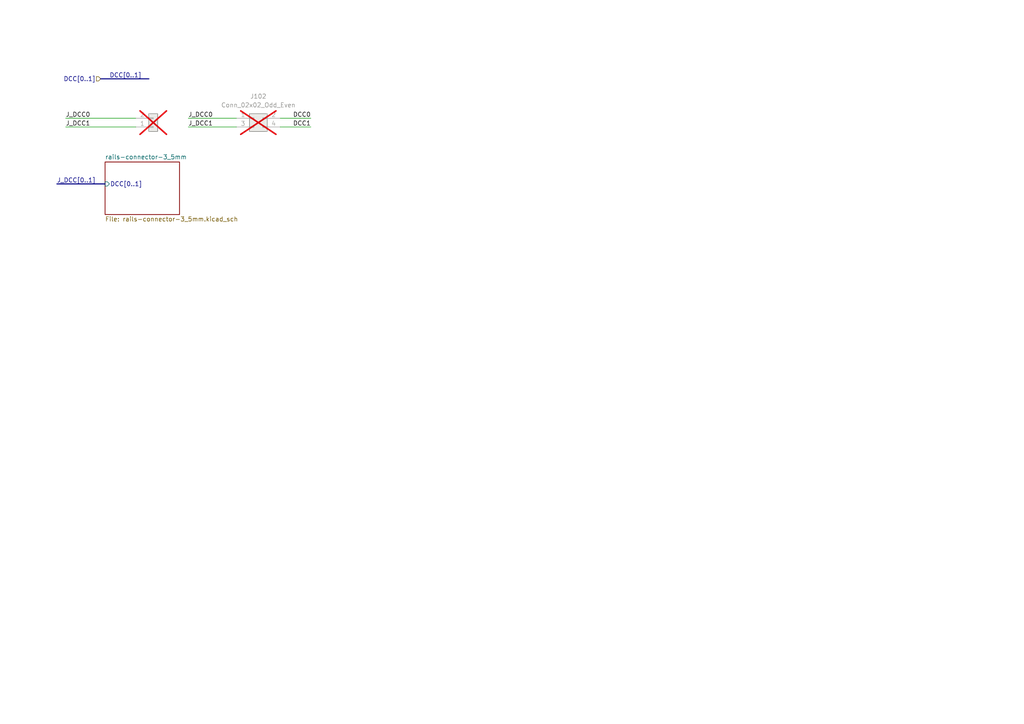
<source format=kicad_sch>
(kicad_sch (version 20231120) (generator "eeschema") (generator_version "8.0")
  (paper "A4")
  (title_block (title "xDuinoRail - LocDecoder - Development Kit") (date "2024-10-09") (rev "v0.2") (company "Chatelain Engineering, Bern - CH"))
  (lib_symbols
    (symbol "Connector_Generic:Conn_01x02" (pin_names (offset 1.016) hide)
      (property "Reference" "J" (at 0 2.54 0))
      (property "Value" "Conn_01x02" (at 0 -5.08 0))
      (symbol "Conn_01x02_1_1"
        (rectangle (start -1.27 -2.413) (end 0 -2.667) (stroke (width 0.1524)))
        (rectangle (start -1.27 0.127) (end 0 -0.127) (stroke (width 0.1524)))
        (rectangle (start -1.27 1.27) (end 1.27 -3.81) (stroke (width 0.254)) (fill (type background)))
        (pin passive line (at -5.08 0 0) (length 3.81) (name "Pin_1") (number "1"))
        (pin passive line (at -5.08 -2.54 0) (length 3.81) (name "Pin_2") (number "2"))
      )
    )
    (symbol "Connector_Generic:Conn_02x02_Odd_Even" (pin_names (offset 1.016) hide)
      (property "Reference" "J" (at 1.27 2.54 0))
      (property "Value" "Conn_02x02_Odd_Even" (at 1.27 -5.08 0))
      (symbol "Conn_02x02_Odd_Even_1_1"
        (rectangle (start -1.27 -2.413) (end 0 -2.667) (stroke (width 0.1524)))
        (rectangle (start -1.27 0.127) (end 0 -0.127) (stroke (width 0.1524)))
        (rectangle (start -1.27 1.27) (end 3.81 -3.81) (stroke (width 0.254)) (fill (type background)))
        (rectangle (start 3.81 -2.413) (end 2.54 -2.667) (stroke (width 0.1524)))
        (rectangle (start 3.81 0.127) (end 2.54 -0.127) (stroke (width 0.1524)))
        (pin passive line (at -5.08 0 0) (length 3.81) (name "Pin_1") (number "1"))
        (pin passive line (at 7.62 0 180) (length 3.81) (name "Pin_2") (number "2"))
        (pin passive line (at -5.08 -2.54 0) (length 3.81) (name "Pin_3") (number "3"))
        (pin passive line (at 7.62 -2.54 180) (length 3.81) (name "Pin_4") (number "4"))
      )
    )
  )
  (wire (pts (xy 81.28 36.83) (xy 90.17 36.83)))
  (wire (pts (xy 54.61 36.83) (xy 68.58 36.83)))
  (wire (pts (xy 19.05 34.29) (xy 39.37 34.29)))
  (bus (pts (xy 16.51 53.34) (xy 30.48 53.34)))
  (bus (pts (xy 29.21 22.86) (xy 43.18 22.86)))
  (wire (pts (xy 68.58 34.29) (xy 54.61 34.29)))
  (wire (pts (xy 19.05 36.83) (xy 39.37 36.83)))
  (wire (pts (xy 81.28 34.29) (xy 90.17 34.29)))
  (label "J_DCC0" (at 19.05 34.29 0))
  (label "DCC1" (at 90.17 36.83 180))
  (label "DCC[0..1]" (at 31.75 22.86 0))
  (label "DCC0" (at 90.17 34.29 180))
  (label "J_DCC[0..1]" (at 16.51 53.34 0))
  (label "J_DCC1" (at 54.61 36.83 0))
  (label "J_DCC1" (at 19.05 36.83 0))
  (label "J_DCC0" (at 54.61 34.29 0))
  (hierarchical_label "DCC[0..1]" (shape input) (at 29.21 22.86 180))
  (symbol (lib_id "Connector_Generic:Conn_01x02") (at 44.45 36.83 0) (mirror x) (unit 1) (exclude_from_sim yes) (in_bom no) (dnp yes)
    (property "Reference" "J101" (effects (hide yes)))
    (property "Value" "Conn_01x02" (effects (hide yes)))
    (property "Footprint" "TerminalBlock_4Ucon:TerminalBlock_4Ucon_1x02_P3.50mm_Horizontal" (effects (hide yes)))
    (property "Description" "Generic connector, single row, 01x02, script generated (kicad-library-utils/schlib/autogen/connector/)" (effects (hide yes)))
    (property "OLI_ID" "2P_EdgeReceptacle_PushPull-3.5mm" (effects (hide yes)))
  )
  (symbol (lib_id "Connector_Generic:Conn_02x02_Odd_Even") (at 73.66 34.29 0) (unit 1) (exclude_from_sim yes) (in_bom no) (dnp yes)
    (property "Reference" "J102" (at 74.93 27.94 0))
    (property "Value" "Conn_02x02_Odd_Even" (at 74.93 30.48 0))
    (property "Footprint" "Connector_PinSocket_2.54mm:PinSocket_2x02_P2.54mm_Vertical" (effects (hide yes)))
    (property "Description" "Generic connector, double row, 02x02, odd/even pin numbering scheme (row 1 odd numbers, row 2 even numbers), script generated (kicad-library-utils/schlib/autogen/connector/)" (effects (hide yes)))
  )
  (sheet (at 30.48 46.99) (size 21.59 15.24) (stroke (width 0.1524))
    (property "Sheetname" "rails-connector-3_5mm" (at 30.48 46.2784 0) (effects (justify left bottom)))
    (property "Sheetfile" "rails-connector-3_5mm.kicad_sch" (at 30.48 62.8146 0) (effects (justify left top)))
    (pin "DCC[0..1]" input (at 30.48 53.34 180))
  )
)
</source>
